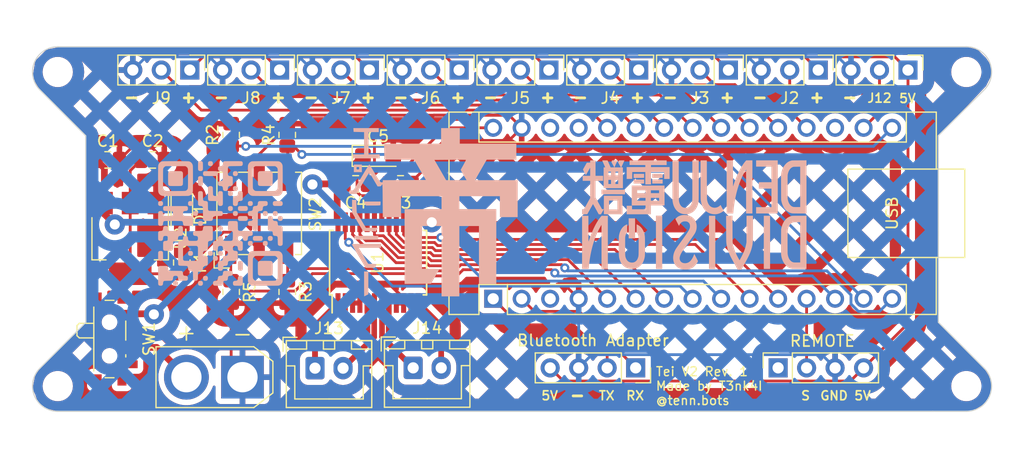
<source format=kicad_pcb>
(kicad_pcb (version 20221018) (generator pcbnew)
  (title_block (title "DenjuDivision_Tei_Minisumo_Board") (date "2024-01-16") (rev "1") (company "DENJU DIVISION") (comment 1 "Design by: Tenkai Cruz") (comment 2 "@tenn.bots"))
  (layers (0 "F.Cu" signal) (31 "B.Cu" signal) (34 "B.Paste" user) (35 "F.Paste" user) (36 "B.SilkS" user "B.Silkscreen") (37 "F.SilkS" user "F.Silkscreen") (38 "B.Mask" user) (39 "F.Mask" user) (44 "Edge.Cuts" user))
  (net 0 "")
  (net 1 "TX")
  (net 2 "RX")
  (net 3 "GND")
  (net 4 "MA1")
  (net 5 "MA2")
  (net 6 "MB1")
  (net 7 "PWMA")
  (net 8 "PWMB")
  (net 9 "MB2")
  (net 10 "STBY")
  (net 11 "REMOTE")
  (net 12 "Net-(A1-D10)")
  (net 13 "Net-(A1-D11)")
  (net 14 "Net-(A1-D12)")
  (net 15 "Net-(A1-D13)")
  (net 16 "+3.3V")
  (net 18 "SENS0")
  (net 19 "SENS1")
  (net 20 "SENS2")
  (net 21 "SENS3")
  (net 22 "SENS4")
  (net 23 "SENS5")
  (net 24 "SENS6")
  (net 25 "SENS7")
  (net 27 "+5V")
  (net 28 "VM")
  (net 29 "Net-(D1-A)")
  (net 30 "Net-(J1-Pin_2)")
  (net 32 "Net-(J13-Pin_1)")
  (net 33 "Net-(J13-Pin_2)")
  (net 34 "Net-(J14-Pin_1)")
  (net 35 "Net-(J14-Pin_2)")
  (footprint "Connector_PinHeader_2.54mm:PinHeader_1x03_P2.54mm_Vertical" (layer "F.Cu") (at 146.278059 79.8245 -90)
    (fp_text reference "J7")
    (fp_text value "Conn_01x03_Pin")
  )
  (footprint "Capacitor_Tantalum_SMD:CP_EIA-3216-18_Kemet-A" (layer "F.Cu") (at 147.058684 87.4745)
    (fp_text reference "C5")
    (fp_text value "10uf")
  )
  (footprint "Capacitor_SMD:C_0805_2012Metric_Pad1.18x1.45mm_HandSolder" (layer "F.Cu") (at 149.058684 89.9745 180)
    (fp_text reference "C3")
    (fp_text value "0.1uF")
  )
  (footprint "Connector_PinHeader_2.54mm:PinHeader_1x03_P2.54mm_Vertical" (layer "F.Cu") (at 154.281184 79.8245 -90)
    (fp_text reference "J6")
    (fp_text value "Conn_01x03_Pin")
  )
  (footprint "Resistor_SMD:R_0805_2012Metric_Pad1.20x1.40mm_HandSolder" (layer "F.Cu") (at 133.958684 99.6045 -90)
    (fp_text reference "R5")
    (fp_text value "4.7k")
  )
  (footprint "Connector_PinHeader_2.54mm:PinHeader_1x03_P2.54mm_Vertical" (layer "F.Cu") (at 162.284309 79.8245 -90)
    (fp_text reference "J5")
    (fp_text value "Conn_01x03_Pin")
  )
  (footprint "Capacitor_SMD:C_0805_2012Metric_Pad1.18x1.45mm_HandSolder" (layer "F.Cu") (at 145.058684 89.9745 180)
    (fp_text reference "C4")
    (fp_text value "0.1uF")
  )
  (footprint "Capacitor_SMD:C_0805_2012Metric_Pad1.18x1.45mm_HandSolder" (layer "F.Cu") (at 122.958684 87.835887)
    (fp_text reference "C1")
    (fp_text value "10uf")
  )
  (footprint "Connector_PinHeader_2.54mm:PinHeader_1x03_P2.54mm_Vertical" (layer "F.Cu") (at 170.287434 79.8245 -90)
    (fp_text reference "J4")
    (fp_text value "Conn_01x03_Pin")
  )
  (footprint "Package_SO:SSOP-24_5.3x8.2mm_P0.65mm" (layer "F.Cu") (at 147.058684 96.9945 90)
    (fp_text reference "U1")
    (fp_text value "TB6612FNG")
  )
  (footprint "Module:Arduino_Nano" (layer "F.Cu") (at 157.318684 100.2145 90)
    (fp_text reference "A1" hide)
    (fp_text value "Arduino_Nano_v3.x")
  )
  (footprint "Resistor_SMD:R_0805_2012Metric_Pad1.20x1.40mm_HandSolder" (layer "F.Cu") (at 133.958684 85.6045 90)
    (fp_text reference "R2")
    (fp_text value "4.7k")
  )
  (footprint "Connector_PinSocket_2.54mm:PinSocket_1x04_P2.54mm_Vertical" (layer "F.Cu") (at 170.018684 106.3745 -90)
    (fp_text reference "Bluetooth Adapter")
    (fp_text value "Conn_01x04_Socket")
  )
  (footprint "LED_SMD:LED_0805_2012Metric_Pad1.15x1.40mm_HandSolder" (layer "F.Cu") (at 129.558684 92.710887 -90)
    (fp_text reference "D1")
    (fp_text value "LED")
  )
  (footprint "MountingHole:MountingHole_2.2mm_M2" (layer "F.Cu") (at 199.5 108)
    (fp_text reference "H4" hide)
    (fp_text value "MountingHole")
  )
  (footprint "Package_TO_SOT_SMD:SOT-223-3_TabPin2" (layer "F.Cu") (at 124.958684 94.835887 -90)
    (fp_text reference "U2")
    (fp_text value "AMS1117-5.0")
  )
  (footprint "Resistor_SMD:R_0805_2012Metric_Pad1.20x1.40mm_HandSolder" (layer "F.Cu") (at 129.558684 96.985887 90)
    (fp_text reference "R1")
    (fp_text value "300")
  )
  (footprint "Connector_PinHeader_2.54mm:PinHeader_1x03_P2.54mm_Vertical" (layer "F.Cu") (at 186.293684 79.8245 -90)
    (fp_text reference "J2")
    (fp_text value "Conn_01x03_Pin")
  )
  (footprint "Button_Switch_SMD:SW_SPDT_PCM12" (layer "F.Cu") (at 123.443684 103.8045 -90)
    (fp_text reference "SW1")
    (fp_text value "SW_SPDT")
  )
  (footprint "Button_Switch_SMD:Nidec_Copal_SH-7010A" (layer "F.Cu") (at 136.458684 92.6045 90)
    (fp_text reference "SW2")
    (fp_text value "SW_Coded_SH-7010")
  )
  (footprint "Connector_PinHeader_2.54mm:PinHeader_1x03_P2.54mm_Vertical" (layer "F.Cu") (at 194.296809 79.8245 -90)
    (fp_text reference "J12")
    (fp_text value "Conn_01x03_Pin")
  )
  (footprint "Resistor_SMD:R_0805_2012Metric_Pad1.20x1.40mm_HandSolder" (layer "F.Cu") (at 138.958684 85.6045 90)
    (fp_text reference "R4")
    (fp_text value "4.7k")
  )
  (footprint "MountingHole:MountingHole_2.2mm_M2" (layer "F.Cu") (at 118.5 108)
    (fp_text reference "H3" hide)
    (fp_text value "MountingHole")
  )
  (footprint "Capacitor_SMD:C_0805_2012Metric_Pad1.18x1.45mm_HandSolder" (layer "F.Cu") (at 126.958684 87.835887)
    (fp_text reference "C2")
    (fp_text value "22uf")
  )
  (footprint "Connector_PinHeader_2.54mm:PinHeader_1x03_P2.54mm_Vertical" (layer "F.Cu") (at 178.290559 79.8245 -90)
    (fp_text reference "J3")
    (fp_text value "Conn_01x03_Pin")
  )
  (footprint "MountingHole:MountingHole_2.2mm_M2" (layer "F.Cu") (at 118.5 80)
    (fp_text reference "H1" hide)
    (fp_text value "MountingHole")
  )
  (footprint "Connector_PinHeader_2.54mm:PinHeader_1x03_P2.54mm_Vertical" (layer "F.Cu") (at 138.274934 79.8245 -90)
    (fp_text reference "J8")
    (fp_text value "Conn_01x03_Pin")
  )
  (footprint "Connector_PinHeader_2.54mm:PinHeader_1x03_P2.54mm_Vertical" (layer "F.Cu") (at 130.271809 79.8245 -90)
    (fp_text reference "J9")
    (fp_text value "Conn_01x03_Pin")
  )
  (footprint "MountingHole:MountingHole_2.2mm_M2" (layer "F.Cu") (at 199.5 80)
    (fp_text reference "H2" hide)
    (fp_text value "MountingHole")
  )
  (footprint "Connector_AMASS:AMASS_XT30U-F_1x02_P5.0mm_Vertical" (layer "F.Cu") (at 134.968684 107.2045 180)
    (fp_text reference "J1" hide)
    (fp_text value "Conn_01x02_Socket")
  )
  (footprint "Resistor_SMD:R_0805_2012Metric_Pad1.20x1.40mm_HandSolder" (layer "F.Cu") (at 138.958684 99.6045 -90)
    (fp_text reference "R3")
    (fp_text value "4.7k")
  )
  (footprint "Connector_JST:JST_XH_B2B-XH-A_1x02_P2.50mm_Vertical" (layer "F.Cu") (at 150.183684 106.3745)
    (fp_text reference "J14")
    (fp_text value "Conn_01x02_Socket")
  )
  (footprint "Connector_JST:JST_XH_B2B-XH-A_1x02_P2.50mm_Vertical" (layer "F.Cu") (at 141.433684 106.3995)
    (fp_text reference "J13")
    (fp_text value "Conn_01x02_Socket")
  )
  (footprint "Connector_PinSocket_2.54mm:PinSocket_1x04_P2.54mm_Vertical" (layer "F.Cu") (at 182.718684 106.3745 90)
    (fp_text reference "REMOTE")
    (fp_text value "Conn_01x04_Socket")
  )
  (footprint "LOGO" (layer "B.Cu") (at 133 93.5 180)
    (fp_text reference "G***" hide)
    (fp_text value "LOGO" hide)
  )
  (footprint "LOGO" (layer "B.Cu") (at 175.25 92.75 180)
    (fp_text reference "G***" hide)
    (fp_text value "LOGO" hide)
  )
  (footprint "LOGO" (layer "B.Cu") (at 152 92.5 180)
    (fp_text reference "G***" hide)
    (fp_text value "LOGO" hide)
  )
  (gr_arc (start 201.09099 106.40901) (mid 201.578729 107.138962) (end 201.75 108) (stroke (width 0.1)) (layer "Edge.Cuts"))
  (gr_arc (start 199.5 77.75) (mid 201.09099 78.40901) (end 201.75 80) (stroke (width 0.1)) (layer "Edge.Cuts"))
  (gr_arc (start 118.5 110.25) (mid 116.90901 109.59099) (end 116.25 108) (stroke (width 0.1)) (layer "Edge.Cuts"))
  (gr_line (start 116.90901 106.40901) (end 121 102.325) (stroke (width 0.1)) (layer "Edge.Cuts"))
  (gr_arc (start 116.90901 81.59099) (mid 116.421271 80.861038) (end 116.25 80) (stroke (width 0.1)) (layer "Edge.Cuts"))
  (gr_line (start 121 102.325) (end 120.99302 85.68198) (stroke (width 0.1)) (layer "Edge.Cuts"))
  (gr_line (start 120.99302 85.68198) (end 116.90901 81.59099) (stroke (width 0.1)) (layer "Edge.Cuts"))
  (gr_line (start 118.5 77.75) (end 199.5 77.75) (stroke (width 0.1)) (layer "Edge.Cuts"))
  (gr_arc (start 201.75 80) (mid 201.578729 80.861038) (end 201.09099 81.59099) (stroke (width 0.1)) (layer "Edge.Cuts"))
  (gr_line (start 201.09099 81.59099) (end 197 85.675) (stroke (width 0.1)) (layer "Edge.Cuts"))
  (gr_line (start 197 85.675) (end 197.00698 102.31802) (stroke (width 0.1)) (layer "Edge.Cuts"))
  (gr_line (start 196.5 110.25) (end 199.5 110.25) (stroke (width 0.1)) (layer "Edge.Cuts"))
  (gr_arc (start 201.75 108) (mid 201.09099 109.59099) (end 199.5 110.25) (stroke (width 0.1)) (layer "Edge.Cuts"))
  (gr_arc (start 116.25 80) (mid 116.90901 78.40901) (end 118.5 77.75) (stroke (width 0.1)) (layer "Edge.Cuts"))
  (gr_arc (start 116.25 108) (mid 116.421271 107.138962) (end 116.90901 106.40901) (stroke (width 0.1)) (layer "Edge.Cuts"))
  (gr_line (start 201.09099 106.40901) (end 197.00698 102.31802) (stroke (width 0.1)) (layer "Edge.Cuts"))
  (gr_line (start 118.5 110.25) (end 196.5 110.25) (stroke (width 0.1)) (layer "Edge.Cuts"))
  (gr_text "+" (at 169.393387 82.8245) (layer "F.SilkS") (effects (font (size 1 1) (thickness 0.25) bold) (justify left bottom)))
  (gr_text "-" (at 172.316512 82.8245) (layer "F.SilkS") (effects (font (size 1 1) (thickness 0.25) bold) (justify left bottom)))
  (gr_text "+" (at 153.387137 82.8245) (layer "F.SilkS") (effects (font (size 1 1) (thickness 0.25) bold) (justify left bottom)))
  (gr_text "+" (at 129.377762 82.8245) (layer "F.SilkS") (effects (font (size 1 1) (thickness 0.25) bold) (justify left bottom)))
  (gr_text "5V" (at 189.424875 109.3245) (layer "F.SilkS") (effects (font (size 0.8 0.8)) (justify left bottom)))
  (gr_text "+" (at 177.396512 82.8245) (layer "F.SilkS") (effects (font (size 1 1) (thickness 0.25) bold) (justify left bottom)))
  (gr_text "GND" (at 186.389637 109.3245) (layer "F.SilkS") (effects (font (size 0.8 0.8)) (justify left bottom)))
  (gr_text "-" (at 188.322762 82.8245) (layer "F.SilkS") (effects (font (size 1 1) (thickness 0.25) bold) (justify left bottom)))
  (gr_text "-" (at 164.313387 82.8245) (layer "F.SilkS") (effects (font (size 1 1) (thickness 0.25) bold) (justify left bottom)))
  (gr_text "5V" (at 193.428 82.8245) (layer "F.SilkS") (effects (font (size 0.8 0.8) (thickness 0.15) bold) (justify left bottom)))
  (gr_text "5V" (at 161.529875 109.3245) (layer "F.SilkS") (effects (font (size 0.8 0.8) (thickness 0.15) bold) (justify left bottom)))
  (gr_text "+" (at 137.380887 82.8245) (layer "F.SilkS") (effects (font (size 1 1) (thickness 0.25) bold) (justify left bottom)))
  (gr_text "TX" (at 166.64797 109.3245) (layer "F.SilkS") (effects (font (size 0.8 0.8) (thickness 0.15) bold) (justify left bottom)))
  (gr_text "-" (at 148.307137 82.8245) (layer "F.SilkS") (effects (font (size 1 1) (thickness 0.25) bold) (justify left bottom)))
  (gr_text "+" (at 185.399637 82.8245) (layer "F.SilkS") (effects (font (size 1 1) (thickness 0.25) bold) (justify left bottom)))
  (gr_text "-" (at 164.044637 108.80575) (layer "F.SilkS") (effects (font (size 1 1) (thickness 0.25) bold) (justify left)))
  (gr_text "-" (at 132.300887 82.8245) (layer "F.SilkS") (effects (font (size 1 1) (thickness 0.25) bold) (justify left bottom)))
  (gr_text "+" (at 145.384012 82.8245) (layer "F.SilkS") (effects (font (size 1 1) (thickness 0.25) bold) (justify left bottom)))
  (gr_text "-" (at 156.310262 82.8245) (layer "F.SilkS") (effects (font (size 1 1) (thickness 0.25) bold) (justify left bottom)))
  (gr_text "-" (at 124.297762 82.8245) (layer "F.SilkS") (effects (font (size 1 1) (thickness 0.25) bold) (justify left bottom)))
  (gr_text "-" (at 140.304012 82.8245) (layer "F.SilkS") (effects (font (size 1 1) (thickness 0.25) bold) (justify left bottom)))
  (gr_text "-" (at 180.319637 82.8245) (layer "F.SilkS") (effects (font (size 1 1) (thickness 0.25) bold) (justify left bottom)))
  (gr_text "Tei V2 Rev. 1\nMade by T3nk4I\n@tenn.bots" (at 171.75 109.75) (layer "F.SilkS") (effects (font (size 0.8 0.8) (thickness 0.125)) (justify left bottom)))
  (gr_text "RX" (at 169.092732 109.3245) (layer "F.SilkS") (effects (font (size 0.8 0.8)) (justify left bottom)))
  (gr_text "+" (at 161.390262 82.8245) (layer "F.SilkS") (effects (font (size 1 1) (thickness 0.25) bold) (justify left bottom)))
  (gr_text "S" (at 184.687732 109.3245) (layer "F.SilkS") (effects (font (size 0.8 0.8)) (justify left bottom)))
  (segment (start 158.893684 101.7895) (end 164.797288 101.7895) (width 0.25) (layer "F.Cu") (net 1))
  (segment (start 157.318684 100.2145) (end 158.893684 101.7895) (width 0.25) (layer "F.Cu") (net 1))
  (segment (start 167.478684 104.470896) (end 167.478684 106.3745) (width 0.25) (layer "F.Cu") (net 1))
  (segment (start 164.797288 101.7895) (end 167.478684 104.470896) (width 0.25) (layer "F.Cu") (net 1))
  (segment (start 164.983684 101.3395) (end 170.018684 106.3745) (width 0.25) (layer "F.Cu") (net 2))
  (segment (start 159.858684 100.2145) (end 160.983684 101.3395) (width 0.25) (layer "F.Cu") (net 2))
  (segment (start 160.983684 101.3395) (end 164.983684 101.3395) (width 0.25) (layer "F.Cu") (net 2))
  (segment (start 133.958684 100.6045) (end 133.958684 106.1945) (width 0.25) (layer "F.Cu") (net 3))
  (segment (start 127.258684 88.573387) (end 127.996184 87.835887) (width 0.25) (layer "F.Cu") (net 3))
  (segment (start 148.683684 100.5945) (end 149.333684 100.5945) (width 0.25) (layer "F.Cu") (net 3))
  (segment (start 158.733684 86.0995) (end 159.858684 84.9745) (width 0.25) (layer "F.Cu") (net 3))
  (segment (start 148.408684 87.4745) (end 152.033684 83.8495) (width 0.25) (layer "F.Cu") (net 3))
  (segment (start 133.958684 100.6045) (end 138.958684 100.6045) (width 0.25) (layer "F.Cu") (net 3))
  (segment (start 127.258684 91.685887) (end 127.258684 88.573387) (width 0.25) (layer "F.Cu") (net 3))
  (segment (start 146.096184 89.9745) (end 146.096184 89.787) (width 0.25) (layer "F.Cu") (net 3))
  (segment (start 144.388684 99.0745) (end 145.433684 100.1195) (width 0.25) (layer "F.Cu") (net 3))
  (segment (start 163.798684 99.0745) (end 148.213684 99.0745) (width 0.25) (layer "F.Cu") (net 3))
  (segment (start 145.433684 100.1195) (end 145.433684 100.5945) (width 0.25) (layer "F.Cu") (net 3))
  (segment (start 150.096184 89.737) (end 153.733684 86.0995) (width 0.25) (layer "F.Cu") (net 3))
  (segment (start 143.253684 99.0745) (end 144.388684 99.0745) (width 0.25) (layer "F.Cu") (net 3))
  (segment (start 148.213684 99.0745) (end 149.333684 100.1945) (width 0.25) (layer "F.Cu") (net 3))
  (segment (start 138.958684 100.6045) (end 141.723684 100.6045) (width 0.25) (layer "F.Cu") (net 3))
  (segment (start 150.096184 89.9745) (end 149.678684 89.9745) (width 0.25) (layer "F.Cu") (net 3))
  (segment (start 158.733684 83.8495) (end 159.858684 84.9745) (width 0.25) (layer "F.Cu") (net 3))
  (segment (start 149.333684 100.1945) (end 149.333684 100.5945) (width 0.25) (layer "F.Cu") (net 3))
  (segment (start 129.558684 91.685887) (end 127.258684 91.685887) (width 0.25) (layer "F.Cu") (net 3))
  (segment (start 127.996184 87.835887) (end 126.946184 86.785887) (width 0.25) (layer "F.Cu") (net 3))
  (segment (start 164.938684 100.2145) (end 163.798684 99.0745) (width 0.25) (layer "F.Cu") (net 3))
  (segment (start 149.333684 100.5945) (end 149.333684 100.1445) (width 0.25) (layer "F.Cu") (net 3))
  (segment (start 146.096184 89.787) (end 148.408684 87.4745) (width 0.25) (layer "F.Cu") (net 3))
  (segment (start 133.958684 106.1945) (end 134.968684 107.2045) (width 0.25) (layer "F.Cu") (net 3))
  (segment (start 149.333684 100.1445) (end 148.263684 99.0745) (width 0.25) (layer "F.Cu") (net 3))
  (segment (start 147.383684 92.2695) (end 147.383684 93.3945) (width 0.25) (layer "F.Cu") (net 3))
  (segment (start 126.946184 86.785887) (end 125.046184 86.785887) (width 0.25) (layer "F.Cu") (net 3))
  (segment (start 131.227571 84.6045) (end 138.958684 84.6045) (width 0.25) (layer "F.Cu") (net 3))
  (segment (start 139.713684 83.8495) (end 158.733684 83.8495) (width 0.25) (layer "F.Cu") (net 3))
  (segment (start 125.046184 86.785887) (end 123.996184 87.835887) (width 0.25) (layer "F.Cu") (net 3))
  (segment (start 153.733684 86.0995) (end 158.733684 86.0995) (width 0.25) (layer "F.Cu") (net 3))
  (segment (start 150.096184 89.9745) (end 150.096184 89.737) (width 0.25) (layer "F.Cu") (net 3))
  (segment (start 152.033684 83.8495) (end 158.733684 83.8495) (width 0.25) (layer "F.Cu") (net 3))
  (segment (start 127.996184 87.835887) (end 131.227571 84.6045) (width 0.25) (layer "F.Cu") (net 3))
  (segment (start 141.723684 100.6045) (end 143.253684 99.0745) (width 0.25) (layer "F.Cu") (net 3))
  (segment (start 148.263684 99.0745) (end 143.933684 99.0745) (width 0.25) (layer "F.Cu") (net 3))
  (segment (start 149.678684 89.9745) (end 147.383684 92.2695) (width 0.25) (layer "F.Cu") (net 3))
  (segment (start 144.783684 100.5945) (end 145.433684 100.5945) (width 0.25) (layer "F.Cu") (net 3))
  (segment (start 138.958684 84.6045) (end 139.713684 83.8495) (width 0.25) (layer "F.Cu") (net 3))
  (segment (start 149.201184 79.8245) (end 148.026184 78.6495) (width 0.25) (layer "B.Cu") (net 3))
  (segment (start 125.191809 79.8245) (end 126.366809 78.6495) (width 0.25) (layer "B.Cu") (net 3))
  (segment (start 132.019934 78.6495) (end 133.194934 79.8245) (width 0.25) (layer "B.Cu") (net 3))
  (segment (start 140.023059 78.6495) (end 132.019934 78.6495) (width 0.25) (layer "B.Cu") (net 3))
  (segment (start 148.026184 78.6495) (end 140.023059 78.6495) (width 0.25) (layer "B.Cu") (net 3))
  (segment (start 173.210559 79.8245) (end 172.035559 78.6495) (width 0.25) (layer "B.Cu") (net 3))
  (segment (start 166.113684 105.1995) (end 186.623684 105.1995) (width 0.25) (layer "B.Cu") (net 3))
  (segment (start 164.032434 78.6495) (end 156.029309 78.6495) (width 0.25) (layer "B.Cu") (net 3))
  (segment (start 186.623684 105.1995) (end 187.798684 106.3745) (width 0.25) (layer "B.Cu") (net 3))
  (segment (start 157.204309 79.8245) (end 156.029309 78.6495) (width 0.25) (layer "B.Cu") (net 3))
  (segment (start 156.029309 78.6495) (end 148.026184 78.6495) (width 0.25) (layer "B.Cu") (net 3))
  (segment (start 180.038684 78.6495) (end 172.035559 78.6495) (width 0.25) (layer "B.Cu") (net 3))
  (segment (start 188.041809 78.6495) (end 180.038684 78.6495) (width 0.25) (layer "B.Cu") (net 3))
  (segment (start 164.938684 106.3745) (end 166.113684 105.1995) (width 0.25) (layer "B.Cu") (net 3))
  (segment (start 165.207434 79.8245) (end 164.032434 78.6495) (width 0.25) (layer "B.Cu") (net 3))
  (segment (start 126.366809 78.6495) (end 132.019934 78.6495) (width 0.25) (layer "B.Cu") (net 3))
  (segment (start 189.216809 79.8245) (end 188.041809 78.6495) (width 0.25) (layer "B.Cu") (net 3))
  (segment (start 164.938684 106.3745) (end 164.938684 100.2145) (width 0.25) (layer "B.Cu") (net 3))
  (segment (start 141.198059 79.8245) (end 140.023059 78.6495) (width 0.25) (layer "B.Cu") (net 3))
  (segment (start 181.213684 79.8245) (end 180.038684 78.6495) (width 0.25) (layer "B.Cu") (net 3))
  (segment (start 172.035559 78.6495) (end 164.032434 78.6495) (width 0.25) (layer "B.Cu") (net 3))
  (segment (start 147.3381 95.0445) (end 148.8436 96.55) (width 0.25) (layer "F.Cu") (net 4))
  (segment (start 154.073677 96.2745) (end 166.078684 96.2745) (width 0.25) (layer "F.Cu") (net 4))
  (segment (start 166.078684 96.2745) (end 170.018684 100.2145) (width 0.25) (layer "F.Cu") (net 4))
  (segment (start 151.529191 96.55) (end 151.804191 96.825) (width 0.25) (layer "F.Cu") (net 4))
  (segment (start 153.523177 96.825) (end 154.073677 96.2745) (width 0.25) (layer "F.Cu") (net 4))
  (segment (start 145.983684 95.0445) (end 147.3381 95.0445) (width 0.25) (layer "F.Cu") (net 4))
  (segment (start 148.8436 96.55) (end 151.529191 96.55) (width 0.25) (layer "F.Cu") (net 4))
  (segment (start 151.804191 96.825) (end 153.523177 96.825) (width 0.25) (layer "F.Cu") (net 4))
  (segment (start 145.433684 94.4945) (end 145.983684 95.0445) (width 0.25) (layer "F.Cu") (net 4))
  (segment (start 145.433684 93.3745) (end 145.433684 94.4945) (width 0.25) (layer "F.Cu") (net 4))
  (segment (start 144.783684 93.3745) (end 144.783684 94.480896) (width 0.25) (layer "F.Cu") (net 5))
  (segment (start 154.260073 96.7245) (end 163.988684 96.7245) (width 0.25) (layer "F.Cu") (net 5))
  (segment (start 148.657204 97) (end 151.342795 97) (width 0.25) (layer "F.Cu") (net 5))
  (segment (start 153.709573 97.275) (end 154.260073 96.7245) (width 0.25) (layer "F.Cu") (net 5))
  (segment (start 147.151704 95.4945) (end 148.657204 97) (width 0.25) (layer "F.Cu") (net 5))
  (segment (start 163.988684 96.7245) (end 167.478684 100.2145) (width 0.25) (layer "F.Cu") (net 5))
  (segment (start 151.342795 97) (end 151.617795 97.275) (width 0.25) (layer "F.Cu") (net 5))
  (segment (start 151.617795 97.275) (end 153.709573 97.275) (width 0.25) (layer "F.Cu") (net 5))
  (segment (start 145.797288 95.4945) (end 147.151704 95.4945) (width 0.25) (layer "F.Cu") (net 5))
  (segment (start 144.783684 94.480896) (end 145.797288 95.4945) (width 0.25) (layer "F.Cu") (net 5))
  (segment (start 148.033684 93.3745) (end 148.033684 94.467292) (width 0.25) (layer "F.Cu") (net 6))
  (segment (start 153.700885 95.3745) (end 175.338684 95.3745) (width 0.25) (layer "F.Cu") (net 6))
  (segment (start 153.150385 95.925) (end 153.700885 95.3745) (width 0.25) (layer "F.Cu") (net 6))
  (segment (start 175.338684 95.3745) (end 180.178684 100.2145) (width 0.25) (layer "F.Cu") (net 6))
  (segment (start 151.901983 95.65) (end 152.176983 95.925) (width 0.25) (layer "F.Cu") (net 6))
  (segment (start 152.176983 95.925) (end 153.150385 95.925) (width 0.25) (layer "F.Cu") (net 6))
  (segment (start 148.033684 94.467292) (end 149.216392 95.65) (width 0.25) (layer "F.Cu") (net 6))
  (segment (start 149.216392 95.65) (end 151.901983 95.65) (width 0.25) (layer "F.Cu") (net 6))
  (segment (start 144.133684 94.8741) (end 144.443689 95.184105) (width 0.25) (layer "F.Cu") (net 7))
  (segment (start 144.133684 93.3745) (end 144.133684 94.8741) (width 0.25) (layer "F.Cu") (net 7))
  (via (at 144.443689 95.184105) (size 0.8) (drill 0.4) (layers "F.Cu" "B.Cu") (net 7))
  (segment (start 144.443689 95.184105) (end 148.349084 99.0895) (width 0.25) (layer "B.Cu") (net 7))
  (segment (start 173.973684 99.0895) (end 175.098684 100.2145) (width 0.25) (layer "B.Cu") (net 7))
  (segment (start 148.349084 99.0895) (end 173.973684 99.0895) (width 0.25) (layer "B.Cu") (net 7))
  (segment (start 149.589184 94.75) (end 149.333684 94.4945) (width 0.25) (layer "F.Cu") (net 8))
  (segment (start 149.333684 94.4945) (end 149.333684 93.3745) (width 0.25) (layer "F.Cu") (net 8))
  (segment (start 152.663684 94.75) (end 149.589184 94.75) (width 0.25) (layer "F.Cu") (net 8))
  (via (at 152.663684 94.75) (size 0.8) (drill 0.4) (layers "F.Cu" "B.Cu") (net 8))
  (segment (start 156.528684 98.6395) (end 176.063684 98.6395) (width 0.25) (layer "B.Cu") (net 8))
  (segment (start 152.663684 94.7745) (end 156.528684 98.6395) (width 0.25) (layer "B.Cu") (net 8))
  (segment (start 152.663684 94.75) (end 152.663684 94.7745) (width 0.25) (layer "B.Cu") (net 8))
  (segment (start 176.063684 98.6395) (end 177.638684 100.2145) (width 0.25) (layer "B.Cu") (net 8))
  (segment (start 152.088379 95.2) (end 152.363379 95.475) (width 0.25) (layer "F.Cu") (net 9))
  (segment (start 152.963989 95.475) (end 153.514489 94.9245) (width 0.25) (layer "F.Cu") (net 9))
  (segment (start 149.402788 95.2) (end 152.088379 95.2) (width 0.25) (layer "F.Cu") (net 9))
  (segment (start 148.683684 94.480896) (end 149.402788 95.2) (width 0.25) (layer "F.Cu") (net 9))
  (segment (start 153.514489 94.9245) (end 177.428684 94.9245) (width 0.25) (layer "F.Cu") (net 9))
  (segment (start 148.683684 93.3745) (end 148.683684 94.480896) (width 0.25) (layer "F.Cu") (net 9))
  (segment (start 152.363379 95.475) (end 152.963989 95.475) (width 0.25) (layer "F.Cu") (net 9))
  (segment (start 177.428684 94.9245) (end 182.718684 100.2145) (width 0.25) (layer "F.Cu") (net 9))
  (segment (start 146.733684 94.4945) (end 146.833684 94.5945) (width 0.25) (layer "F.Cu") (net 10))
  (segment (start 153.887281 95.8245) (end 168.168684 95.8245) (width 0.25) (layer "F.Cu") (net 10))
  (segment (start 151.715587 96.1) (end 151.990587 96.375) (width 0.25) (layer "F.Cu") (net 10))
  (segment (start 151.990587 96.375) (end 153.336781 96.375) (width 0.25) (layer "F.Cu") (net 10))
  (segment (start 147.524496 94.5945) (end 149.029996 96.1) (width 0.25) (layer "F.Cu") (net 10))
  (segment (start 168.168684 95.8245) (end 172.558684 100.2145) (width 0.25) (layer "F.Cu") (net 10))
  (segment (start 153.336781 96.375) (end 153.887281 95.8245) (width 0.25) (layer "F.Cu") (net 10))
  (segment (start 146.833684 94.5945) (end 147.524496 94.5945) (width 0.25) (layer "F.Cu") (net 10))
  (segment (start 149.029996 96.1) (end 151.715587 96.1) (width 0.25) (layer "F.Cu") (net 10))
  (segment (start 146.733684 93.3745) (end 146.733684 94.4945) (width 0.25) (layer "F.Cu") (net 10))
  (segment (start 185.258684 100.2145) (end 185.258684 106.3745) (width 0.25) (layer "F.Cu") (net 11))
  (segment (start 162.5198 97.6245) (end 154.632865 97.6245) (width 0.25) (layer "F.Cu") (net 12))
  (segment (start 134.883684 99.5295) (end 133.958684 98.6045) (width 0.25) (layer "F.Cu") (net 12))
  (segment (start 151.044503 97.9745) (end 141.208784 97.9745) (width 0.25) (layer "F.Cu") (net 12))
  (segment (start 162.810529 97.915229) (end 162.5198 97.6245) (width 0.25) (layer "F.Cu") (net 12))
  (segment (start 139.653784 99.5295) (end 134.883684 99.5295) (width 0.25) (layer "F.Cu") (net 12))
  (segment (start 141.208784 97.9745) (end 139.653784 99.5295) (width 0.25) (layer "F.Cu") (net 12))
  (segment (start 154.632865 97.6245) (end 154.082365 98.175) (width 0.25) (layer "F.Cu") (net 12))
  (segment (start 151.245003 98.175) (end 151.044503 97.9745) (width 0.25) (layer "F.Cu") (net 12))
  (segment (start 133.918684 95.8545) (end 133.918684 98.5645) (width 0.25) (layer "F.Cu") (net 12))
  (segment (start 133.918684 98.5645) (end 133.958684 98.6045) (width 0.25) (layer "F.Cu") (net 12))
  (segment (start 154.082365 98.175) (end 151.245003 98.175) (width 0.25) (layer "F.Cu") (net 12))
  (via (at 162.810529 97.915229) (size 0.8) (drill 0.4) (layers "F.Cu" "B.Cu") (net 12))
  (segment (start 185.758684 98.1745) (end 187.798684 100.2145) (width 0.25) (layer "B.Cu") (net 12))
  (segment (start 181.913684 98.1745) (end 185.758684 98.1745) (width 0.25) (layer "B.Cu") (net 12))
  (segment (start 162.810529 97.915229) (end 163.081849 98.186549) (width 0.25) (layer "B.Cu") (net 12))
  (segment (start 164.628684 98.1895) (end 181.898684 98.1895) (width 0.25) (layer "B.Cu") (net 12))
  (segment (start 164.601635 98.186549) (end 164.613684 98.1745) (width 0.25) (layer "B.Cu") (net 12))
  (segment (start 164.613684 98.1745) (end 164.628684 98.1895) (width 0.25) (layer "B.Cu") (net 12))
  (segment (start 181.898684 98.1895) (end 181.913684 98.1745) (width 0.25) (layer "B.Cu") (net 12))
  (segment (start 163.081849 98.186549) (end 164.601635 98.186549) (width 0.25) (layer "B.Cu") (net 12))
  (segment (start 139.519184 86.6045) (end 138.958684 86.6045) (width 0.25) (layer "F.Cu") (net 13))
  (segment (start 138.998684 89.3545) (end 138.998684 86.6445) (width 0.25) (layer "F.Cu") (net 13))
  (segment (start 140.263684 87.349) (end 139.519184 86.6045) (width 0.25) (layer "F.Cu") (net 13))
  (segment (start 138.998684 86.6445) (end 138.958684 86.6045) (width 0.25) (layer "F.Cu") (net 13))
  (via (at 140.263684 87.349) (size 0.8) (drill 0.4) (layers "F.Cu" "B.Cu") (net 13))
  (segment (start 177.473184 87.349) (end 190.338684 100.2145) (width 0.25) (layer "B.Cu") (net 13))
  (segment (start 140.263684 87.349) (end 177.473184 87.349) (width 0.25) (layer "B.Cu") (net 13))
  (segment (start 151.230899 97.5245) (end 140.038684 97.5245) (width 0.25) (layer "F.Cu") (net 14))
  (segment (start 153.895969 97.725) (end 151.431399 97.725) (width 0.25) (layer "F.Cu") (net 14))
  (segment (start 138.998684 98.5645) (end 138.958684 98.6045) (width 0.25) (layer "F.Cu") (net 14))
  (segment (start 163.702073 97.462487) (end 163.414086 97.1745) (width 0.25) (layer "F.Cu") (net 14))
  (segment (start 140.038684 97.5245) (end 138.958684 98.6045) (width 0.25) (layer "F.Cu") (net 14))
  (segment (start 151.431399 97.725) (end 151.230899 97.5245) (width 0.25) (layer "F.Cu") (net 14))
  (segment (start 163.414086 97.1745) (end 154.446469 97.1745) (width 0.25) (layer "F.Cu") (net 14))
  (segment (start 138.998684 95.8545) (end 138.998684 98.5645) (width 0.25) (layer "F.Cu") (net 14))
  (segment (start 154.446469 97.1745) (end 153.895969 97.725) (width 0.25) (layer "F.Cu") (net 14))
  (via (at 163.702073 97.462487) (size 0.8) (drill 0.4) (layers "F.Cu" "B.Cu") (net 14))
  (segment (start 189.213684 100.680491) (end 189.872693 101.3395) (width 0.25) (layer "B.Cu") (net 14))
  (segment (start 191.753684 101.3395) (end 192.878684 100.2145) (width 0.25) (layer "B.Cu") (net 14))
  (segment (start 163.702073 97.462487) (end 163.964086 97.7245) (width 0.25) (layer "B.Cu") (net 14))
  (segment (start 189.213684 99.8745) (end 189.213684 100.680491) (width 0.25) (layer "B.Cu") (net 14))
  (segment (start 187.063684 97.7245) (end 189.213684 99.8745) (width 0.25) (layer "B.Cu") (net 14))
  (segment (start 163.964086 97.7245) (end 187.063684 97.7245) (width 0.25) (layer "B.Cu") (net 14))
  (segment (start 189.872693 101.3395) (end 191.753684 101.3395) (width 0.25) (layer "B.Cu") (net 14))
  (segment (start 133.918684 86.6445) (end 133.958684 86.6045) (width 0.25) (layer "F.Cu") (net 15))
  (segment (start 135.243684 86.6045) (end 135.263684 86.6245) (width 0.25) (layer "F.Cu") (net 15))
  (segment (start 133.958684 86.6045) (end 135.243684 86.6045) (width 0.25) (layer "F.Cu") (net 15))
  (segment (start 133.918684 89.3545) (end 133.918684 86.6445) (width 0.25) (layer "F.Cu") (net 15))
  (via (at 135.263684 86.6245) (size 0.8) (drill 0.4) (layers "F.Cu" "B.Cu") (net 15))
  (segment (start 135.263684 86.6245) (end 191.228684 86.6245) (width 0.25) (layer "B.Cu") (net 15))
  (segment (start 191.228684 86.6245) (end 192.878684 84.9745) (width 0.25) (layer "B.Cu") (net 15))
  (segment (start 191.756809 83.556375) (end 190.338684 84.9745) (width 0.25) (layer "F.Cu") (net 16))
  (segment (start 191.756809 79.8245) (end 191.756809 83.556375) (width 0.25) (layer "F.Cu") (net 16))
  (segment (start 183.753684 79.8245) (end 183.753684 83.4695) (width 0.25) (layer "F.Cu") (net 18))
  (segment (start 183.753684 83.4695) (end 185.258684 84.9745) (width 0.25) (layer "F.Cu") (net 18))
  (segment (start 178.868684 81.1245) (end 182.718684 84.9745) (width 0.25) (layer "F.Cu") (net 19))
  (segment (start 175.750559 79.8245) (end 177.050559 81.1245) (width 0.25) (layer "F.Cu") (net 19))
  (segment (start 177.050559 81.1245) (end 178.868684 81.1245) (width 0.25) (layer "F.Cu") (net 19))
  (segment (start 167.747434 79.8245) (end 169.072434 81.1495) (width 0.25) (layer "F.Cu") (net 20))
  (segment (start 169.072434 81.1495) (end 176.353684 81.1495) (width 0.25) (layer "F.Cu") (net 20))
  (segment (start 176.353684 81.1495) (end 180.178684 84.9745) (width 0.25) (layer "F.Cu") (net 20))
  (segment (start 174.263684 81.5995) (end 177.638684 84.9745) (width 0.25) (layer "F.Cu") (net 21))
  (segment (start 161.519309 81.5995) (end 174.263684 81.5995) (width 0.25) (layer "F.Cu") (net 21))
  (segment (start 159.744309 79.8245) (end 161.519309 81.5995) (width 0.25) (layer "F.Cu") (net 21))
  (segment (start 153.966184 82.0495) (end 172.173684 82.0495) (width 0.25) (layer "F.Cu") (net 22))
  (segment (start 172.173684 82.0495) (end 175.098684 84.9745) (width 0.25) (layer "F.Cu") (net 22))
  (segment (start 151.741184 79.8245) (end 153.966184 82.0495) (width 0.25) (layer "F.Cu") (net 22))
  (segment (start 146.413059 82.4995) (end 170.083684 82.4995) (width 0.25) (layer "F.Cu") (net 23))
  (segment (start 143.738059 79.8245) (end 146.413059 82.4995) (width 0.25) (layer "F.Cu") (net 23))
  (segment (start 170.083684 82.4995) (end 172.558684 84.9745) (width 0.25) (layer "F.Cu") (net 23))
  (segment (start 138.859934 82.9495) (end 167.993684 82.9495) (width 0.25) (layer "F.Cu") (net 24))
  (segment (start 135.734934 79.8245) (end 138.859934 82.9495) (width 0.25) (layer "F.Cu") (net 24))
  (segment (start 167.993684 82.9495) (end 170.018684 84.9745) (width 0.25) (layer "F.Cu") (net 24))
  (segment (start 165.903684 83.3995) (end 167.478684 84.9745) (width 0.25) (layer "F.Cu") (net 25))
  (segment (start 131.306809 83.3995) (end 165.903684 83.3995) (width 0.25) (layer "F.Cu") (net 25))
  (segment (start 127.731809 79.8245) (end 131.306809 83.3995) (width 0.25) (layer "F.Cu") (net 25))
  (segment (start 129.558684 97.985887) (end 124.958684 97.985887) (width 0.25) (layer "F.Cu") (net 27))
  (segment (start 145.103059 78.6495) (end 146.278059 79.8245) (width 0.25) (layer "F.Cu") (net 27))
  (segment (start 161.109309 78.6495) (end 153.106184 78.6495) (width 0.25) (layer "F.Cu") (net 27))
  (segment (start 162.284309 79.8245) (end 161.109309 78.6495) (width 0.25) (layer "F.Cu") (net 27))
  (segment (start 145.513584 88.9245) (end 145.183684 89.2544) (width 0.25) (layer "F.Cu") (net 27))
  (segment (start 137.099934 78.6495) (end 144.813684 78.6495) (width 0.25) (layer "F.Cu") (net 27))
  (segment (start 148.021184 89.9745) (end 146.083684 91.912) (width 0.25) (layer "F.Cu") (net 27))
  (segment (start 146.083684 91.912) (end 146.083684 93.3945) (width 0.25) (layer "F.Cu") (net 27))
  (segment (start 146.733684 86.1544) (end 146.733684 88.513104) (width 0.25) (layer "F.Cu") (net 27))
  (segment (start 136.458684 87.3344) (end 138.118584 85.6745) (width 0.25) (layer "F.Cu") (net 27))
  (segment (start 134.883684 94.2795) (end 136.458684 95.8545) (width 0.25) (layer "F.Cu") (net 27))
  (segment (start 190.338684 106.3745) (end 194.296809 102.416375) (width 0.25) (layer "F.Cu") (net 27))
  (segment (start 144.813684 78.6495) (end 145.103059 78.6495) (width 0.25) (layer "F.Cu") (net 27))
  (segment (start 145.183684 90.6946) (end 145.513584 91.0245) (width 0.25) (layer "F.Cu") (net 27))
  (segment (start 124.958684 97.985887) (end 124.958684 91.685887) (width 0.25) (layer "F.Cu") (net 27))
  (segment (start 189.163684 107.5495) (end 190.338684 106.3745) (width 0.25) (layer "F.Cu") (net 27))
  (segment (start 163.573684 107.5495) (end 189.163684 107.5495) (width 0.25) (layer "F.Cu") (net 27))
  (segment (start 146.971184 91.0245) (end 148.021184 89.9745) (width 0.25) (layer "F.Cu") (net 27))
  (segment (start 130.271809 79.8245) (end 131.446809 78.6495) (width 0.25) (layer "F.Cu") (net 27))
  (segment (start 178.290559 79.8245) (end 177.115559 78.6495) (width 0.25) (layer "F.Cu") (net 27))
  (segment (start 145.183684 89.2544) (end 145.183684 90.6946) (width 0.25) (layer "F.Cu") (net 27))
  (segment (start 146.253784 85.6745) (end 146.733684 86.1544) (width 0.25) (layer "F.Cu") (net 27))
  (segment (start 136.458684 89.3545) (end 136.458684 87.3344) (width 0.25) (layer "F.Cu") (net 27))
  (segment (start 169.112434 78.6495) (end 169.088684 78.6495) (width 0.25) (layer "F.Cu") (net 27))
  (segment (start 146.322288 88.9245) (end 145.513584 88.9245) (width 0.25) (layer "F.Cu") (net 27))
  (segment (start 129.558684 97.985887) (end 133.265071 94.2795) (width 0.25) (layer "F.Cu") (net 27))
  (segment (start 185.118684 78.6495) (end 177.115559 78.6495) (width 0.25) (layer "F.Cu") (net 27))
  (segment (start 177.115559 78.6495) (end 169.088684 78.6495) (width 0.25) (layer "F.Cu") (net 27))
  (segment (start 153.021184 84.9745) (end 157.318684 84.9745) (width 0.25) (layer "F.Cu") (net 27))
  (segment (start 153.106184 78.6495) (end 144.813684 78.6495) (width 0.25) (layer "F.Cu") (net 27))
  (segment (start 148.021184 89.9745) (end 153.021184 84.9745) (width 0.25) (layer "F.Cu") (net 27))
  (segment (start 193.121809 78.6495) (end 185.118684 78.6495) (width 0.25) (layer "F.Cu") (net 27))
  (segment (start 131.446809 78.6495) (end 137.099934 78.6495) (width 0.25) (layer "F.Cu") (net 27))
  (segment (start 124.958684 88.798387) (end 125.921184 87.835887) (width 0.25) (layer "F.Cu") (net 27))
  (segment (start 136.458684 95.8545) (end 136.458684 89.3545) (width 0.25) (layer "F.Cu") (net 27))
  (segment (start 138.118584 85.6745) (end 146.253784 85.6745) (width 0.25) (layer "F.Cu") (net 27))
  (segment (start 124.958684 91.685887) (end 124.958684 88.798387) (width 0.25) (layer "F.Cu") (net 27))
  (segment (start 146.733684 88.513104) (end 146.322288 88.9245) (width 0.25) (layer "F.Cu") (net 27))
  (segment (start 169.088684 78.6495) (end 161.109309 78.6495) (width 0.25) (layer "F.Cu") (net 27))
  (segment (start 136.458684 89.737274) (end 136.458684 89.3545) (width 0.25) (layer "F.Cu") (net 27))
  (segment (start 194.296809 102.416375) (end 194.296809 79.8245) (width 0.25) (layer "F.Cu") (net 27))
  (segment (start 186.293684 79.8245) (end 185.118684 78.6495) (width 0.25) (layer "F.Cu") (net 27))
  (segment (start 162.398684 106.3745) (end 163.573684 107.5495) (width 0.25) (layer "F.Cu") (net 27))
  (segment (start 133.265071 94.2795) (end 134.883684 94.2795) (width 0.25) (layer "F.Cu") (net 27))
  (segment (start 137.099934 78.6495) (end 138.274934 79.8245) (width 0.25) (layer "F.Cu") (net 27))
  (segment (start 154.281184 79.8245) (end 153.106184 78.6495) (width 0.25) (layer "F.Cu") (net 27))
  (segment (start 170.287434 79.8245) (end 169.112434 78.6495) (width 0.25) (layer "F.Cu") (net 27))
  (segment (start 194.296809 79.8245) (end 193.121809 78.6495) (width 0.25) (layer "F.Cu") (net 27))
  (segment (start 145.513584 91.0245) (end 146.971184 91.0245) (width 0.25) (layer "F.Cu") (net 27))
  (segment (start 122.658684 88.573387) (end 121.921184 87.835887) (width 0.6) (layer "F.Cu") (net 28))
  (segment (start 144.021184 89.162) (end 145.708684 87.4745) (width 0.6) (layer "F.Cu") (net 28))
  (segment (start 151.838684 93.3945) (end 150.633684 93.3945) (width 0.6) (layer "F.Cu") (net 28))
  (segment (start 127.018684 101.5545) (end 127.068684 101.6045) (width 0.6) (layer "F.Cu") (net 28))
  (segment (start 150.633684 93.3945) (end 150.058684 93.3945) (width 0.6) (layer "F.Cu") (net 28))
  (segment (start 143.408684 90.587) (end 143.408684 93.3945) (width 0.6) (layer "F.Cu") (net 28))
  (segment (start 122.658684 92.665122) (end 123.584822 93.59126) (width 0.6) (layer "F.Cu") (net 28))
  (segment (start 124.873684 101.5545) (end 127.018684 101.5545) (width 0.6) (layer "F.Cu") (net 28))
  (segment (start 144.021184 89.9745) (end 144.021184 89.162) (width 0.6) (layer "F.Cu") (net 28))
  (segment (start 141.208684 90.0245) (end 141.258684 89.9745) (width 0.6) (layer "F.Cu") (net 28))
  (segment (start 144.021184 89.9745) (end 143.408684 90.587) (width 0.6) (layer "F.Cu") (net 28))
  (segment (start 122.658684 91.685887) (end 122.658684 88.573387) (width 0.6) (layer "F.Cu") (net 28))
  (segment (start 141.258684 89.9745) (end 144.021184 89.9745) (width 0.6) (layer "F.Cu") (net 28))
  (segment (start 122.658684 91.685887) (end 122.658684 92.665122) (width 0.6) (layer "F.Cu") (net 28))
  (via (at 127.068684 101.6045) (size 1.8) (drill 0.9) (layers "F.Cu" "B.Cu") (net 28))
  (via (at 123.584822 93.59126) (size 1.8) (drill 0.9) (layers "F.Cu" "B.Cu") (net 28))
  (via (at 141.208684 90.0245) (size 1.8) (drill 0.9) (layers "F.Cu" "B.Cu") (net 28))
  (via (at 151.838684 93.3945) (size 1.8) (drill 0.9) (layers "F.Cu" "B.Cu") (net 28))
  (segment (start 127.068684 101.6045) (end 127.068684 101.5945) (width 0.6) (layer "B.Cu") (net 28))
  (segment (start 151.838684 93.3945) (end 135.268684 93.3945) (width 0.6) (layer "B.Cu") (net 28))
  (segment (start 127.068684 101.5945) (end 135.268684 93.3945) (width 0.6) (layer "B.Cu") (net 28))
  (segment (start 135.268684 93.3945) (end 123.781582 93.3945) (width 0.6) (layer "B.Cu") (net 28))
  (segment (start 123.781582 93.3945) (end 123.584822 93.59126) (width 0.6) (layer "B.Cu") (net 28))
  (segment (start 141.208684 90.0245) (end 144.578684 93.3945) (width 0.6) (layer "B.Cu") (net 28))
  (segment (start 144.578684 93.3945) (end 151.838684 93.3945) (width 0.6) (layer "B.Cu") (net 28))
  (segment (start 129.558684 93.735887) (end 129.558684 95.985887) (width 0.25) (layer "F.Cu") (net 29))
  (segment (start 124.873684 104.5545) (end 127.318684 104.5545) (width 0.6) (layer "F.Cu") (net 30))
  (segment (start 127.318684 104.5545) (end 129.968684 107.2045) (width 0.6) (layer "F.Cu") (net 30))
  (segment (start 141.433684 103.2695) (end 144.108684 100.5945) (width 0.5) (layer "F.Cu") (net 32))
  (segment (start 141.433684 102.6445) (end 143.483684 100.5945) (width 0.5) (layer "F.Cu") (net 32))
  (segment (start 141.433684 106.3995) (end 141.433684 102.6445) (width 0.5) (layer "F.Cu") (net 32))
  (segment (start 141.433684 106.3995) (end 141.433684 103.2695) (width 0.5) (layer "F.Cu") (net 32))
  (segment (start 146.708684 103.6245) (end 146.708684 100.6195) (width 0.5) (layer "F.Cu") (net 33))
  (segment (start 146.108684 104.2245) (end 146.108684 100.5945) (width 0.5) (layer "F.Cu") (net 33))
  (segment (start 143.933684 106.3995) (end 146.708684 103.6245) (width 0.5) (layer "F.Cu") (net 33))
  (segment (start 143.933684 106.3995) (end 146.108684 104.2245) (width 0.5) (layer "F.Cu") (net 33))
  (segment (start 150.183684 106.3745) (end 148.008684 104.1995) (width 0.5) (layer "F.Cu") (net 34))
  (segment (start 147.408684 103.5995) (end 147.408684 100.5945) (width 0.5) (layer "F.Cu") (net 34))
  (segment (start 148.008684 104.1995) (end 148.008684 100.5945) (width 0.5) (layer "F.Cu") (net 34))
  (segment (start 150.183684 106.3745) (end 147.408684 103.5995) (width 0.5) (layer "F.Cu") (net 34))
  (segment (start 152.683684 102.6445) (end 150.633684 100.5945) (width 0.5) (layer "F.Cu") (net 35))
  (segment (start 152.683684 106.3745) (end 152.683684 103.2695) (width 0.5) (layer "F.Cu") (net 35))
  (segment (start 152.683684 103.2695) (end 150.008684 100.5945) (width 0.5) (layer "F.Cu") (net 35))
  (segment (start 152.683684 106.3745) (end 152.683684 102.6445) (width 0.5) (layer "F.Cu") (net 35))
  (zone (net 3) (net_name "GND") (layers "F&B.Cu") (connect_pads (clearance 0.5)) (min_thickness 0.25) (fill yes (mode hatch) (thermal_gap 0.5) (thermal_bridge_width 0.5) (hatch_thickness 1) (hatch_gap 1.5) (hatch_orientation 45) (hatch_border_algorithm hatch_thickness) (hatch_min_hole_area 0.3))
    (polygon (pts (xy 199.5 77.75) (xy 200.5 78) (xy 201.25 78.75) (xy 201.75 79.5) (xy 201.75 80.25) (xy 201.25 81.25) (xy 197 85.75) (xy 197 102.25) (xy 201 106.25) (xy 201.75 107.5) (xy 201.75 108.5) (xy 201.25 109.5) (xy 200 110.25) (xy 118.5 110.25) (xy 117.5 110) (xy 116.75 109.5) (xy 116.5 108.75) (xy 116.25 108.25) (xy 116.5 107) (xy 117.25 106) (xy 121 102.25) (xy 121 85.75) (xy 117 81.75) (xy 116.25 80.5) (xy 116.5 79) (xy 117.5 78) (xy 118.75 77.75)))
  )
)
</source>
